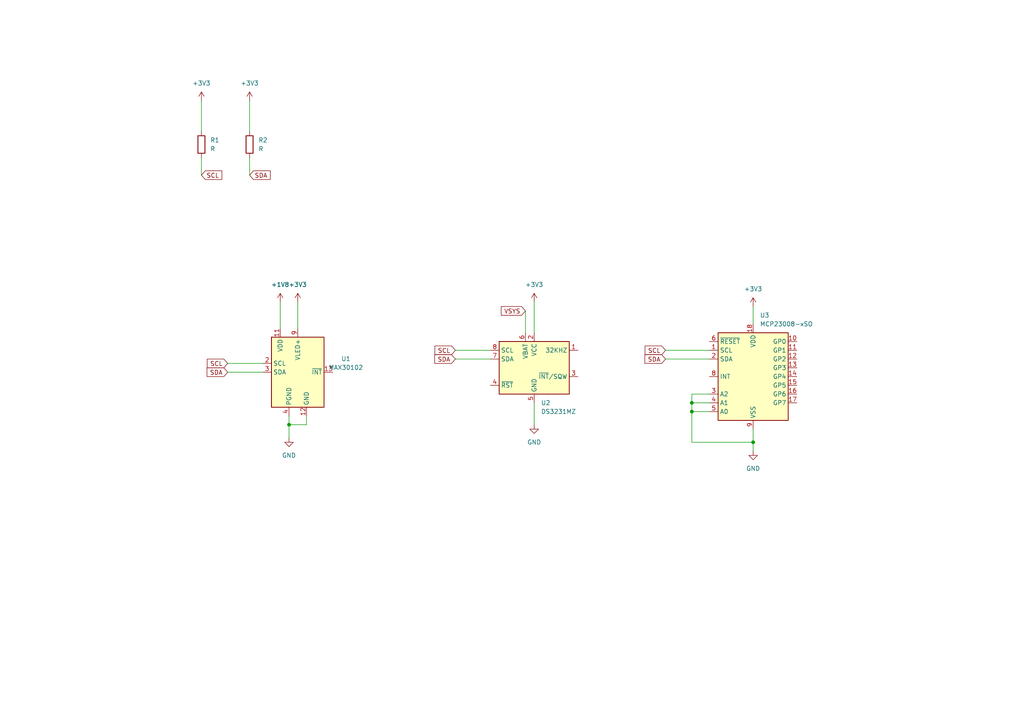
<source format=kicad_sch>
(kicad_sch (version 20230121) (generator eeschema)
  (paper "A4")
  (lib_symbols
    (symbol "Device:R" (pin_numbers hide) (pin_names (offset 0))
      (property "Reference" "R" (at 2.032 0 90))
      (property "Value" "R" (at 0 0 90))
      (symbol "R_0_1"
        (rectangle (start -1.016 -2.54) (end 1.016 2.54) (stroke (width 0.254)))
      )
      (symbol "R_1_1"
        (pin passive line (at 0 3.81 270) (length 1.27) (name "~") (number "1"))
        (pin passive line (at 0 -3.81 90) (length 1.27) (name "~") (number "2"))
      )
    )
    (symbol "Interface_Expansion:MCP23008-xSO"
      (property "Reference" "U" (at -8.89 13.97 0))
      (property "Value" "MCP23008-xSO" (at 8.89 13.97 0))
      (symbol "MCP23008-xSO_0_1"
        (rectangle (start -10.16 12.7) (end 10.16 -12.7) (stroke (width 0.254)) (fill (type background)))
      )
      (symbol "MCP23008-xSO_1_1"
        (pin input line (at -12.7 7.62 0) (length 2.54) (name "SCL") (number "1"))
        (pin bidirectional line (at 12.7 10.16 180) (length 2.54) (name "GP0") (number "10"))
        (pin bidirectional line (at 12.7 7.62 180) (length 2.54) (name "GP1") (number "11"))
        (pin bidirectional line (at 12.7 5.08 180) (length 2.54) (name "GP2") (number "12"))
        (pin bidirectional line (at 12.7 2.54 180) (length 2.54) (name "GP3") (number "13"))
        (pin bidirectional line (at 12.7 0 180) (length 2.54) (name "GP4") (number "14"))
        (pin bidirectional line (at 12.7 -2.54 180) (length 2.54) (name "GP5") (number "15"))
        (pin bidirectional line (at 12.7 -5.08 180) (length 2.54) (name "GP6") (number "16"))
        (pin bidirectional line (at 12.7 -7.62 180) (length 2.54) (name "GP7") (number "17"))
        (pin power_in line (at 0 15.24 270) (length 2.54) (name "VDD") (number "18"))
        (pin bidirectional line (at -12.7 5.08 0) (length 2.54) (name "SDA") (number "2"))
        (pin input line (at -12.7 -5.08 0) (length 2.54) (name "A2") (number "3"))
        (pin input line (at -12.7 -7.62 0) (length 2.54) (name "A1") (number "4"))
        (pin input line (at -12.7 -10.16 0) (length 2.54) (name "A0") (number "5"))
        (pin input line (at -12.7 10.16 0) (length 2.54) (name "~{RESET}") (number "6"))
        (pin no_connect line (at -10.16 -2.54 0) (length 2.54) hide (name "NC") (number "7"))
        (pin output line (at -12.7 0 0) (length 2.54) (name "INT") (number "8"))
        (pin power_in line (at 0 -15.24 90) (length 2.54) (name "VSS") (number "9"))
      )
    )
    (symbol "Sensor:MAX30102"
      (property "Reference" "U" (at 7.62 15.24 0))
      (property "Value" "MAX30102" (at 7.62 12.7 0))
      (symbol "MAX30102_0_1"
        (rectangle (start -7.62 10.16) (end 7.62 -10.16) (stroke (width 0.254)) (fill (type background)))
      )
      (symbol "MAX30102_1_1"
        (pin no_connect line (at -7.62 5.08 0) (length 2.54) hide (name "NC") (number "1"))
        (pin passive line (at 0 12.7 270) (length 2.54) hide (name "VLED+") (number "10"))
        (pin power_in line (at -5.08 12.7 270) (length 2.54) (name "VDD") (number "11"))
        (pin power_in line (at 2.54 -12.7 90) (length 2.54) (name "GND") (number "12"))
        (pin output line (at 10.16 0 180) (length 2.54) (name "~{INT}") (number "13"))
        (pin no_connect line (at 7.62 2.54 180) (length 2.54) hide (name "NC") (number "14"))
        (pin input line (at -10.16 2.54 0) (length 2.54) (name "SCL") (number "2"))
        (pin bidirectional line (at -10.16 0 0) (length 2.54) (name "SDA") (number "3"))
        (pin power_in line (at -2.54 -12.7 90) (length 2.54) (name "PGND") (number "4"))
        (pin no_connect line (at 7.62 -7.62 180) (length 2.54) hide (name "NC") (number "5"))
        (pin no_connect line (at 7.62 -5.08 180) (length 2.54) hide (name "NC") (number "6"))
        (pin no_connect line (at -7.62 -2.54 0) (length 2.54) hide (name "NC") (number "7"))
        (pin no_connect line (at 7.62 5.08 180) (length 2.54) hide (name "NC") (number "8"))
        (pin power_in line (at 0 12.7 270) (length 2.54) (name "VLED+") (number "9"))
      )
    )
    (symbol "Timer_RTC:DS3231MZ"
      (property "Reference" "U" (at -7.62 8.89 0))
      (property "Value" "DS3231MZ" (at 11.43 8.89 0))
      (symbol "DS3231MZ_0_1"
        (rectangle (start -10.16 7.62) (end 10.16 -7.62) (stroke (width 0.254)) (fill (type background)))
      )
      (symbol "DS3231MZ_1_1"
        (pin open_collector line (at 12.7 5.08 180) (length 2.54) (name "32KHZ") (number "1"))
        (pin power_in line (at 0 10.16 270) (length 2.54) (name "VCC") (number "2"))
        (pin open_collector line (at 12.7 -2.54 180) (length 2.54) (name "~{INT}/SQW") (number "3"))
        (pin bidirectional line (at -12.7 -5.08 0) (length 2.54) (name "~{RST}") (number "4"))
        (pin power_in line (at 0 -10.16 90) (length 2.54) (name "GND") (number "5"))
        (pin power_in line (at -2.54 10.16 270) (length 2.54) (name "VBAT") (number "6"))
        (pin bidirectional line (at -12.7 2.54 0) (length 2.54) (name "SDA") (number "7"))
        (pin input line (at -12.7 5.08 0) (length 2.54) (name "SCL") (number "8"))
      )
    )
    (symbol "power:+1V8" (power) (pin_names (offset 0))
      (property "Value" "+1V8" (at 0 3.556 0))
      (symbol "+1V8_0_1"
        (polyline (pts (xy -0.762 1.27) (xy 0 2.54)))
        (polyline (pts (xy 0 0) (xy 0 2.54)))
        (polyline (pts (xy 0 2.54) (xy 0.762 1.27)))
      )
      (symbol "+1V8_1_1"
        (pin power_in line (at 0 0 90) (length 0) hide (name "+1V8") (number "1"))
      )
    )
    (symbol "power:+3V3" (power) (pin_names (offset 0))
      (property "Value" "+3V3" (at 0 3.556 0))
      (symbol "+3V3_0_1"
        (polyline (pts (xy -0.762 1.27) (xy 0 2.54)))
        (polyline (pts (xy 0 0) (xy 0 2.54)))
        (polyline (pts (xy 0 2.54) (xy 0.762 1.27)))
      )
      (symbol "+3V3_1_1"
        (pin power_in line (at 0 0 90) (length 0) hide (name "+3V3") (number "1"))
      )
    )
    (symbol "power:GND" (power) (pin_names (offset 0))
      (property "Value" "GND" (at 0 -3.81 0))
      (symbol "GND_0_1"
        (polyline (pts (xy 0 0) (xy 0 -1.27) (xy 1.27 -1.27) (xy 0 -2.54) (xy -1.27 -1.27) (xy 0 -1.27)))
      )
      (symbol "GND_1_1"
        (pin power_in line (at 0 0 270) (length 0) hide (name "GND") (number "1"))
      )
    )
  )
  (junction (at 200.66 119.38))
  (junction (at 218.44 128.27))
  (junction (at 83.82 123.19))
  (junction (at 200.66 116.84))
  (wire (pts (xy 154.94 116.84) (xy 154.94 123.19)))
  (wire (pts (xy 72.39 29.21) (xy 72.39 38.1)))
  (wire (pts (xy 218.44 88.9) (xy 218.44 93.98)))
  (wire (pts (xy 205.74 119.38) (xy 200.66 119.38)))
  (wire (pts (xy 193.04 101.6) (xy 205.74 101.6)))
  (wire (pts (xy 152.4 90.17) (xy 152.4 96.52)))
  (wire (pts (xy 72.39 45.72) (xy 72.39 50.8)))
  (wire (pts (xy 81.28 87.63) (xy 81.28 95.25)))
  (wire (pts (xy 83.82 120.65) (xy 83.82 123.19)))
  (wire (pts (xy 83.82 123.19) (xy 88.9 123.19)))
  (wire (pts (xy 66.04 107.95) (xy 76.2 107.95)))
  (wire (pts (xy 205.74 114.3) (xy 200.66 114.3)))
  (wire (pts (xy 154.94 87.63) (xy 154.94 96.52)))
  (wire (pts (xy 88.9 120.65) (xy 88.9 123.19)))
  (wire (pts (xy 86.36 87.63) (xy 86.36 95.25)))
  (wire (pts (xy 66.04 105.41) (xy 76.2 105.41)))
  (wire (pts (xy 218.44 128.27) (xy 218.44 130.81)))
  (wire (pts (xy 83.82 123.19) (xy 83.82 127)))
  (wire (pts (xy 205.74 116.84) (xy 200.66 116.84)))
  (wire (pts (xy 200.66 114.3) (xy 200.66 116.84)))
  (wire (pts (xy 200.66 119.38) (xy 200.66 128.27)))
  (wire (pts (xy 132.08 101.6) (xy 142.24 101.6)))
  (wire (pts (xy 58.42 45.72) (xy 58.42 50.8)))
  (wire (pts (xy 58.42 29.21) (xy 58.42 38.1)))
  (wire (pts (xy 193.04 104.14) (xy 205.74 104.14)))
  (wire (pts (xy 200.66 116.84) (xy 200.66 119.38)))
  (wire (pts (xy 218.44 124.46) (xy 218.44 128.27)))
  (wire (pts (xy 200.66 128.27) (xy 218.44 128.27)))
  (wire (pts (xy 132.08 104.14) (xy 142.24 104.14)))
  (global_label "SCL" (shape input) (at 66.04 105.41 180) (property "Intersheetrefs" "${INTERSHEET_REFS}" (effects hide)))
  (global_label "VSYS" (shape input) (at 152.4 90.17 180) (property "Intersheetrefs" "${INTERSHEET_REFS}" (effects hide)))
  (global_label "SDA" (shape input) (at 132.08 104.14 180) (property "Intersheetrefs" "${INTERSHEET_REFS}" (effects hide)))
  (global_label "SCL" (shape input) (at 58.42 50.8 0) (property "Intersheetrefs" "${INTERSHEET_REFS}" (effects hide)))
  (global_label "SCL" (shape input) (at 193.04 101.6 180) (property "Intersheetrefs" "${INTERSHEET_REFS}" (effects hide)))
  (global_label "SDA" (shape input) (at 193.04 104.14 180) (property "Intersheetrefs" "${INTERSHEET_REFS}" (effects hide)))
  (global_label "SDA" (shape input) (at 72.39 50.8 0) (property "Intersheetrefs" "${INTERSHEET_REFS}" (effects hide)))
  (global_label "SCL" (shape input) (at 132.08 101.6 180) (property "Intersheetrefs" "${INTERSHEET_REFS}" (effects hide)))
  (global_label "SDA" (shape input) (at 66.04 107.95 180) (property "Intersheetrefs" "${INTERSHEET_REFS}" (effects hide)))
  (symbol (lib_id "power:+3V3") (at 154.94 87.63 0) (unit 1)
    (property "Reference" "#PWR07" (effects hide))
    (property "Value" "+3V3" (at 154.94 82.55 0))
  )
  (symbol (lib_id "power:+3V3") (at 72.39 29.21 0) (unit 1)
    (property "Reference" "#PWR01" (effects hide))
    (property "Value" "+3V3" (at 72.39 24.13 0))
  )
  (symbol (lib_id "power:+1V8") (at 81.28 87.63 0) (unit 1)
    (property "Reference" "#PWR04" (effects hide))
    (property "Value" "+1V8" (at 81.28 82.55 0))
  )
  (symbol (lib_id "power:+3V3") (at 218.44 88.9 0) (unit 1)
    (property "Reference" "#PWR08" (effects hide))
    (property "Value" "+3V3" (at 218.44 83.82 0))
  )
  (symbol (lib_id "Device:R") (at 58.42 41.91 0) (unit 1)
    (property "Reference" "R1" (at 60.96 40.64 0) (effects (justify left)))
    (property "Value" "R" (at 60.96 43.18 0) (effects (justify left)))
  )
  (symbol (lib_id "Device:R") (at 72.39 41.91 0) (unit 1)
    (property "Reference" "R2" (at 74.93 40.64 0) (effects (justify left)))
    (property "Value" "R" (at 74.93 43.18 0) (effects (justify left)))
  )
  (symbol (lib_id "power:GND") (at 218.44 130.81 0) (unit 1)
    (property "Reference" "#PWR05" (effects hide))
    (property "Value" "GND" (at 218.44 135.89 0))
  )
  (symbol (lib_id "power:+3V3") (at 58.42 29.21 0) (unit 1)
    (property "Reference" "#PWR02" (effects hide))
    (property "Value" "+3V3" (at 58.42 24.13 0))
  )
  (symbol (lib_id "Interface_Expansion:MCP23008-xSO") (at 218.44 109.22 0) (unit 1)
    (property "Reference" "U3" (at 220.3959 91.44 0) (effects (justify left)))
    (property "Value" "MCP23008-xSO" (at 220.3959 93.98 0) (effects (justify left)))
    (property "Footprint" "Package_SO:SOIC-18W_7.5x11.6mm_P1.27mm" (effects hide))
    (property "Datasheet" "http://ww1.microchip.com/downloads/en/DeviceDoc/MCP23008-MCP23S08-Data-Sheet-20001919F.pdf" (effects hide))
  )
  (symbol (lib_id "power:GND") (at 154.94 123.19 0) (unit 1)
    (property "Reference" "#PWR06" (effects hide))
    (property "Value" "GND" (at 154.94 128.27 0))
  )
  (symbol (lib_id "Sensor:MAX30102") (at 86.36 107.95 0) (unit 1)
    (property "Reference" "U1" (at 100.33 104.0639 0))
    (property "Value" "MAX30102" (at 100.33 106.6039 0))
    (property "Footprint" "OptoDevice:Maxim_OLGA-14_3.3x5.6mm_P0.8mm" (effects hide))
    (property "Datasheet" "https://datasheets.maximintegrated.com/en/ds/MAX30102.pdf" (effects hide))
  )
  (symbol (lib_id "power:GND") (at 83.82 127 0) (unit 1)
    (property "Reference" "#PWR03" (effects hide))
    (property "Value" "GND" (at 83.82 132.08 0))
  )
  (symbol (lib_id "power:+3V3") (at 86.36 87.63 0) (unit 1)
    (property "Reference" "#PWR09" (effects hide))
    (property "Value" "+3V3" (at 86.36 82.55 0))
  )
  (symbol (lib_id "Timer_RTC:DS3231MZ") (at 154.94 106.68 0) (unit 1)
    (property "Reference" "U2" (at 156.8959 116.84 0) (effects (justify left)))
    (property "Value" "DS3231MZ" (at 156.8959 119.38 0) (effects (justify left)))
    (property "Footprint" "Package_SO:SOIC-8_3.9x4.9mm_P1.27mm" (effects hide))
    (property "Datasheet" "http://datasheets.maximintegrated.com/en/ds/DS3231M.pdf" (effects hide))
  )
)
</source>
